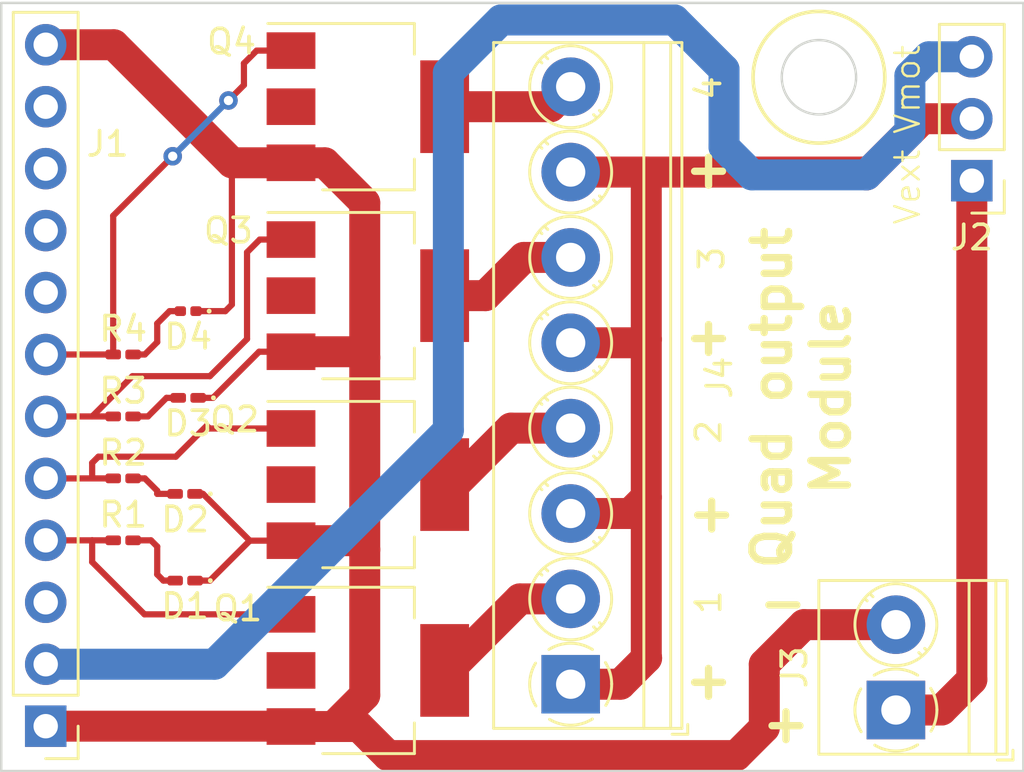
<source format=kicad_pcb>
(kicad_pcb (version 20211014) (generator pcbnew)
  (layers (0 "F.Cu" signal) (31 "B.Cu" signal) (34 "B.Paste" user) (35 "F.Paste" user) (36 "B.SilkS" user "B.Silkscreen") (37 "F.SilkS" user "F.Silkscreen") (38 "B.Mask" user) (39 "F.Mask" user) (44 "Edge.Cuts" user))
  (net 0 "")
  (net 1 "GND")
  (net 2 "Net-(D1-Pad2)")
  (net 3 "Net-(D2-Pad2)")
  (net 4 "Net-(D3-Pad2)")
  (net 5 "Net-(D4-Pad2)")
  (net 6 "Net-(J1-Pad2)")
  (net 8 "Net-(J1-Pad4)")
  (net 9 "Net-(J1-Pad5)")
  (net 10 "Net-(J1-Pad6)")
  (net 11 "Net-(J1-Pad7)")
  (net 16 "Net-(J2-Pad1)")
  (net 17 "Net-(J2-Pad2)")
  (net 18 "Net-(J4-Pad2)")
  (net 19 "Net-(J4-Pad4)")
  (net 20 "Net-(J4-Pad6)")
  (net 21 "Net-(J4-Pad8)")
  (footprint "LED_SMD:LED_0201_0603Metric_Pad0.64x0.40mm_HandSolder" (layer "F.Cu") (at 111.379 92.583 180)
    (fp_text reference "D2" (at 0 -1.05) (layer "F.SilkS"))
    (fp_text value "LED2")
    (fp_circle (center -1.035 0) (end -0.985 0) (layer "F.SilkS") (width 0.1) (fill none))
    (pad "1" smd roundrect locked (at -0.4075 0 180) (size 0.635 0.4) (layers "F.Cu" "F.Mask") (net 1 "GND"))
    (pad "2" smd roundrect locked (at 0.4075 0 180) (size 0.635 0.4) (layers "F.Cu" "F.Mask") (net 3 "Net-(D2-Pad2)"))
  )
  (footprint "Resistor_SMD:R_0201_0603Metric_Pad0.64x0.40mm_HandSolder" (layer "F.Cu") (at 108.839 86.868)
    (fp_text reference "R4" (at 0 -1.05) (layer "F.SilkS"))
    (fp_text value "300" hide)
    (pad "1" smd roundrect locked (at -0.4075 0) (size 0.635 0.4) (layers "F.Cu" "F.Mask") (net 11 "Net-(J1-Pad7)"))
    (pad "2" smd roundrect locked (at 0.4075 0) (size 0.635 0.4) (layers "F.Cu" "F.Mask") (net 5 "Net-(D4-Pad2)"))
  )
  (footprint "TerminalBlock_Phoenix:TerminalBlock_Phoenix_PT-1,5-8-3.5-H_1x08_P3.50mm_Horizontal" (layer "F.Cu") (at 127.189 100.388 90)
    (fp_text reference "J4" (at 12.573 6.096 90) (layer "F.SilkS"))
    (fp_text value "Screw_Terminal_01x08" hide)
    (fp_line (start 26.31 -3.16) (end 26.31 4.56) (layer "F.SilkS") (width 0.12))
    (fp_line (start -1.81 3) (end 26.31 3) (layer "F.SilkS") (width 0.12))
    (fp_line (start 9.525 1.181) (end 9.431 1.274) (layer "F.SilkS") (width 0.12))
    (fp_line (start 25.57 -1.275) (end 25.476 -1.181) (layer "F.SilkS") (width 0.12))
    (fp_line (start 22.275 -1.069) (end 22.146 -0.941) (layer "F.SilkS") (width 0.12))
    (fp_line (start 23.355 0.941) (end 23.226 1.069) (layer "F.SilkS") (width 0.12))
    (fp_line (start -2.05 4.16) (end -2.05 4.8) (layer "F.SilkS") (width 0.12))
    (fp_line (start 9.355 0.941) (end 9.226 1.069) (layer "F.SilkS") (width 0.12))
    (fp_line (start 25.775 -1.069) (end 25.646 -0.941) (layer "F.SilkS") (width 0.12))
    (fp_line (start 23.525 1.181) (end 23.431 1.274) (layer "F.SilkS") (width 0.12))
    (fp_line (start 16.525 1.181) (end 16.431 1.274) (layer "F.SilkS") (width 0.12))
    (fp_line (start 19.855 0.941) (end 19.726 1.069) (layer "F.SilkS") (width 0.12))
    (fp_line (start 15.07 -1.275) (end 14.976 -1.181) (layer "F.SilkS") (width 0.12))
    (fp_line (start 12.855 0.941) (end 12.726 1.069) (layer "F.SilkS") (width 0.12))
    (fp_line (start 15.275 -1.069) (end 15.146 -0.941) (layer "F.SilkS") (width 0.12))
    (fp_line (start 22.07 -1.275) (end 21.976 -1.181) (layer "F.SilkS") (width 0.12))
    (fp_line (start 13.025 1.181) (end 12.931 1.274) (layer "F.SilkS") (width 0.12))
    (fp_line (start -2.05 4.8) (end -1.65 4.8) (layer "F.SilkS") (width 0.12))
    (fp_line (start 20.025 1.181) (end 19.931 1.274) (layer "F.SilkS") (width 0.12))
    (fp_line (start 18.57 -1.275) (end 18.476 -1.181) (layer "F.SilkS") (width 0.12))
    (fp_line (start 5.855 0.941) (end 5.726 1.069) (layer "F.SilkS") (width 0.12))
    (fp_line (start 4.57 -1.275) (end 4.476 -1.181) (layer "F.SilkS") (width 0.12))
    (fp_line (start 8.07 -1.275) (end 7.976 -1.181) (layer "F.SilkS") (width 0.12))
    (fp_line (start 6.025 1.181) (end 5.931 1.274) (layer "F.SilkS") (width 0.12))
    (fp_line (start -1.81 4.56) (end 26.31 4.56) (layer "F.SilkS") (width 0.12))
    (fp_line (start -1.81 -3.16) (end -1.81 4.56) (layer "F.SilkS") (width 0.12))
    (fp_line (start 8.275 -1.069) (end 8.146 -0.941) (layer "F.SilkS") (width 0.12))
    (fp_line (start 16.355 0.941) (end 16.226 1.069) (layer "F.SilkS") (width 0.12))
    (fp_line (start 11.775 -1.069) (end 11.646 -0.941) (layer "F.SilkS") (width 0.12))
    (fp_line (start 4.775 -1.069) (end 4.646 -0.941) (layer "F.SilkS") (width 0.12))
    (fp_line (start -1.81 4.1) (end 26.31 4.1) (layer "F.SilkS") (width 0.12))
    (fp_line (start 2.355 0.941) (end 2.226 1.069) (layer "F.SilkS") (width 0.12))
    (fp_line (start -1.81 -3.16) (end 26.31 -3.16) (layer "F.SilkS") (width 0.12))
    (fp_line (start 18.775 -1.069) (end 18.646 -0.941) (layer "F.SilkS") (width 0.12))
    (fp_line (start 2.525 1.181) (end 2.431 1.274) (layer "F.SilkS") (width 0.12))
    (fp_line (start 11.57 -1.275) (end 11.476 -1.181) (layer "F.SilkS") (width 0.12))
    (fp_arc (start -0.889894 -1.425358) (mid -0.014012 -1.680286) (end 0.866 -1.44) (layer "F.SilkS") (width 0.12))
    (fp_arc (start 0.890264 1.424721) (mid 0.463071 1.61492) (end 0 1.68) (layer "F.SilkS") (width 0.12))
    (fp_arc (start 1.425504 -0.890193) (mid 1.680626 0.000476) (end 1.425 0.891) (layer "F.SilkS") (width 0.12))
    (fp_arc (start -1.425358 0.889894) (mid -1.680286 0.014012) (end -1.44 -0.866) (layer "F.SilkS") (width 0.12))
    (fp_arc (start 0.028674 1.680099) (mid -0.435535 1.622918) (end -0.866 1.44) (layer "F.SilkS") (width 0.12))
    (fp_circle (center 7 0) (end 8.68 0) (layer "F.SilkS") (width 0.12) (fill none))
    (fp_circle (center 21 0) (end 22.68 0) (layer "F.SilkS") (width 0.12) (fill none))
    (fp_circle (center 17.5 0) (end 19.18 0) (layer "F.SilkS") (width 0.12) (fill none))
    (fp_circle (center 3.5 0) (end 5.18 0) (layer "F.SilkS") (width 0.12) (fill none))
    (fp_circle (center 24.5 0) (end 26.18 0) (layer "F.SilkS") (width 0.12) (fill none))
    (fp_circle (center 14 0) (end 15.68 0) (layer "F.SilkS") (width 0.12) (fill none))
    (fp_circle (center 10.5 0) (end 12.18 0) (layer "F.SilkS") (width 0.12) (fill none))
    (pad "1" thru_hole rect locked (at 0 0 90) (size 2.4 2.4) (drill 1.2) (layers *.Cu *.Mask) (net 17 "Net-(J2-Pad2)"))
    (pad "2" thru_hole circle locked (at 3.5 0 90) (size 2.4 2.4) (drill 1.2) (layers *.Cu *.Mask) (net 18 "Net-(J4-Pad2)"))
    (pad "3" thru_hole circle locked (at 7 0 90) (size 2.4 2.4) (drill 1.2) (layers *.Cu *.Mask) (net 17 "Net-(J2-Pad2)"))
    (pad "4" thru_hole circle locked (at 10.5 0 90) (size 2.4 2.4) (drill 1.2) (layers *.Cu *.Mask) (net 19 "Net-(J4-Pad4)"))
    (pad "5" thru_hole circle locked (at 14 0 90) (size 2.4 2.4) (drill 1.2) (layers *.Cu *.Mask) (net 17 "Net-(J2-Pad2)"))
    (pad "6" thru_hole circle locked (at 17.5 0 90) (size 2.4 2.4) (drill 1.2) (layers *.Cu *.Mask) (net 20 "Net-(J4-Pad6)"))
    (pad "7" thru_hole circle locked (at 21 0 90) (size 2.4 2.4) (drill 1.2) (layers *.Cu *.Mask) (net 17 "Net-(J2-Pad2)"))
    (pad "8" thru_hole circle locked (at 24.5 0 90) (size 2.4 2.4) (drill 1.2) (layers *.Cu *.Mask) (net 21 "Net-(J4-Pad8)"))
  )
  (footprint "Package_TO_SOT_SMD:SOT-223" (layer "F.Cu") (at 118.872 76.708)
    (fp_text reference "Q4" (at -5.588 -2.667) (layer "F.SilkS"))
    (fp_text value "NCV8403A" hide)
    (fp_line (start 1.91 3.41) (end 1.91 2.15) (layer "F.SilkS") (width 0.12))
    (fp_line (start 1.91 -3.41) (end 1.91 -2.15) (layer "F.SilkS") (width 0.12))
    (fp_line (start -4.1 -3.41) (end 1.91 -3.41) (layer "F.SilkS") (width 0.12))
    (fp_line (start -1.85 3.41) (end 1.91 3.41) (layer "F.SilkS") (width 0.12))
    (pad "1" smd rect locked (at -3.15 -2.3) (size 2 1.5) (layers "F.Cu" "F.Paste" "F.Mask") (net 11 "Net-(J1-Pad7)"))
    (pad "2" smd rect locked (at -3.15 0) (size 2 1.5) (layers "F.Cu" "F.Paste" "F.Mask"))
    (pad "3" smd rect locked (at -3.15 2.3) (size 2 1.5) (layers "F.Cu" "F.Paste" "F.Mask") (net 1 "GND"))
    (pad "4" smd rect locked (at 3.15 0) (size 2 3.8) (layers "F.Cu" "F.Paste" "F.Mask") (net 21 "Net-(J4-Pad8)"))
  )
  (footprint "Resistor_SMD:R_0201_0603Metric_Pad0.64x0.40mm_HandSolder" (layer "F.Cu") (at 108.839 94.488)
    (fp_text reference "R1" (at 0 -1.05) (layer "F.SilkS"))
    (fp_text value "300")
    (pad "1" smd roundrect locked (at -0.4075 0) (size 0.635 0.4) (layers "F.Cu" "F.Mask") (net 8 "Net-(J1-Pad4)"))
    (pad "2" smd roundrect locked (at 0.4075 0) (size 0.635 0.4) (layers "F.Cu" "F.Mask") (net 2 "Net-(D1-Pad2)"))
  )
  (footprint "Package_TO_SOT_SMD:SOT-223" (layer "F.Cu") (at 118.872 92.202)
    (fp_text reference "Q2" (at -5.461 -2.667) (layer "F.SilkS"))
    (fp_text value "NCV8403A")
    (fp_line (start -1.85 3.41) (end 1.91 3.41) (layer "F.SilkS") (width 0.12))
    (fp_line (start 1.91 -3.41) (end 1.91 -2.15) (layer "F.SilkS") (width 0.12))
    (fp_line (start -4.1 -3.41) (end 1.91 -3.41) (layer "F.SilkS") (width 0.12))
    (fp_line (start 1.91 3.41) (end 1.91 2.15) (layer "F.SilkS") (width 0.12))
    (pad "1" smd rect locked (at -3.15 -2.3) (size 2 1.5) (layers "F.Cu" "F.Paste" "F.Mask") (net 9 "Net-(J1-Pad5)"))
    (pad "2" smd rect locked (at -3.15 0) (size 2 1.5) (layers "F.Cu" "F.Paste" "F.Mask"))
    (pad "3" smd rect locked (at -3.15 2.3) (size 2 1.5) (layers "F.Cu" "F.Paste" "F.Mask") (net 1 "GND"))
    (pad "4" smd rect locked (at 3.15 0) (size 2 3.8) (layers "F.Cu" "F.Paste" "F.Mask") (net 19 "Net-(J4-Pad4)"))
  )
  (footprint "Connector_PinHeader_2.54mm:PinHeader_1x03_P2.54mm_Vertical" (layer "F.Cu") (at 143.637 79.741 180)
    (fp_text reference "J2" (at 0 -2.33) (layer "F.SilkS"))
    (fp_text value "Conn_01x03_Male" hide)
    (fp_line (start -1.33 0) (end -1.33 -1.33) (layer "F.SilkS") (width 0.12))
    (fp_line (start -1.33 1.27) (end 1.33 1.27) (layer "F.SilkS") (width 0.12))
    (fp_line (start -1.33 6.41) (end 1.33 6.41) (layer "F.SilkS") (width 0.12))
    (fp_line (start -1.33 -1.33) (end 0 -1.33) (layer "F.SilkS") (width 0.12))
    (fp_line (start -1.33 1.27) (end -1.33 6.41) (layer "F.SilkS") (width 0.12))
    (fp_line (start 1.33 1.27) (end 1.33 6.41) (layer "F.SilkS") (width 0.12))
    (pad "1" thru_hole rect locked (at 0 0 180) (size 1.7 1.7) (drill 1) (layers *.Cu *.Mask) (net 16 "Net-(J2-Pad1)"))
    (pad "2" thru_hole oval locked (at 0 2.54 180) (size 1.7 1.7) (drill 1) (layers *.Cu *.Mask) (net 17 "Net-(J2-Pad2)"))
    (pad "3" thru_hole oval locked (at 0 5.08 180) (size 1.7 1.7) (drill 1) (layers *.Cu *.Mask) (net 6 "Net-(J1-Pad2)"))
  )
  (footprint "Package_TO_SOT_SMD:SOT-223" (layer "F.Cu") (at 118.872 84.455)
    (fp_text reference "Q3" (at -5.715 -2.667) (layer "F.SilkS"))
    (fp_text value "NCV8403A" hide)
    (fp_line (start 1.91 -3.41) (end 1.91 -2.15) (layer "F.SilkS") (width 0.12))
    (fp_line (start 1.91 3.41) (end 1.91 2.15) (layer "F.SilkS") (width 0.12))
    (fp_line (start -1.85 3.41) (end 1.91 3.41) (layer "F.SilkS") (width 0.12))
    (fp_line (start -4.1 -3.41) (end 1.91 -3.41) (layer "F.SilkS") (width 0.12))
    (pad "1" smd rect locked (at -3.15 -2.3) (size 2 1.5) (layers "F.Cu" "F.Paste" "F.Mask") (net 10 "Net-(J1-Pad6)"))
    (pad "2" smd rect locked (at -3.15 0) (size 2 1.5) (layers "F.Cu" "F.Paste" "F.Mask"))
    (pad "3" smd rect locked (at -3.15 2.3) (size 2 1.5) (layers "F.Cu" "F.Paste" "F.Mask") (net 1 "GND"))
    (pad "4" smd rect locked (at 3.15 0) (size 2 3.8) (layers "F.Cu" "F.Paste" "F.Mask") (net 20 "Net-(J4-Pad6)"))
  )
  (footprint "LED_SMD:LED_0201_0603Metric_Pad0.64x0.40mm_HandSolder" (layer "F.Cu") (at 111.506 88.646 180)
    (fp_text reference "D3" (at 0 -1.05) (layer "F.SilkS"))
    (fp_text value "LED3")
    (fp_circle (center -1.035 0) (end -0.985 0) (layer "F.SilkS") (width 0.1) (fill none))
    (pad "1" smd roundrect locked (at -0.4075 0 180) (size 0.635 0.4) (layers "F.Cu" "F.Mask") (net 1 "GND"))
    (pad "2" smd roundrect locked (at 0.4075 0 180) (size 0.635 0.4) (layers "F.Cu" "F.Mask") (net 4 "Net-(D3-Pad2)"))
  )
  (footprint "LED_SMD:LED_0201_0603Metric_Pad0.64x0.40mm_HandSolder" (layer "F.Cu") (at 111.379 96.139 180)
    (fp_text reference "D1" (at 0 -1.05) (layer "F.SilkS"))
    (fp_text value "LED 1")
    (fp_circle (center -1.035 0) (end -0.985 0) (layer "F.SilkS") (width 0.1) (fill none))
    (pad "1" smd roundrect locked (at -0.4075 0 180) (size 0.635 0.4) (layers "F.Cu" "F.Mask") (net 1 "GND"))
    (pad "2" smd roundrect locked (at 0.4075 0 180) (size 0.635 0.4) (layers "F.Cu" "F.Mask") (net 2 "Net-(D1-Pad2)"))
  )
  (footprint "Connector_PinHeader_2.54mm:PinHeader_1x12_P2.54mm_Vertical" (layer "F.Cu") (at 105.664 102.108 180)
    (fp_text reference "J1" (at -2.54 23.876) (layer "F.SilkS"))
    (fp_text value "Conn_01x12_Male" hide)
    (fp_line (start -1.33 -1.33) (end 0 -1.33) (layer "F.SilkS") (width 0.12))
    (fp_line (start -1.33 29.27) (end 1.33 29.27) (layer "F.SilkS") (width 0.12))
    (fp_line (start -1.33 1.27) (end 1.33 1.27) (layer "F.SilkS") (width 0.12))
    (fp_line (start -1.33 1.27) (end -1.33 29.27) (layer "F.SilkS") (width 0.12))
    (fp_line (start 1.33 1.27) (end 1.33 29.27) (layer "F.SilkS") (width 0.12))
    (fp_line (start -1.33 0) (end -1.33 -1.33) (layer "F.SilkS") (width 0.12))
    (pad "1" thru_hole rect locked (at 0 0 180) (size 1.7 1.7) (drill 1) (layers *.Cu *.Mask) (net 1 "GND"))
    (pad "2" thru_hole oval locked (at 0 2.54 180) (size 1.7 1.7) (drill 1) (layers *.Cu *.Mask) (net 6 "Net-(J1-Pad2)"))
    (pad "3" thru_hole oval locked (at 0 5.08 180) (size 1.7 1.7) (drill 1) (layers *.Cu *.Mask))
    (pad "4" thru_hole oval locked (at 0 7.62 180) (size 1.7 1.7) (drill 1) (layers *.Cu *.Mask) (net 8 "Net-(J1-Pad4)"))
    (pad "5" thru_hole oval locked (at 0 10.16 180) (size 1.7 1.7) (drill 1) (layers *.Cu *.Mask) (net 9 "Net-(J1-Pad5)"))
    (pad "6" thru_hole oval locked (at 0 12.7 180) (size 1.7 1.7) (drill 1) (layers *.Cu *.Mask) (net 10 "Net-(J1-Pad6)"))
    (pad "7" thru_hole oval locked (at 0 15.24 180) (size 1.7 1.7) (drill 1) (layers *.Cu *.Mask) (net 11 "Net-(J1-Pad7)"))
    (pad "8" thru_hole oval locked (at 0 17.78 180) (size 1.7 1.7) (drill 1) (layers *.Cu *.Mask))
    (pad "9" thru_hole oval locked (at 0 20.32 180) (size 1.7 1.7) (drill 1) (layers *.Cu *.Mask))
    (pad "10" thru_hole oval locked (at 0 22.86 180) (size 1.7 1.7) (drill 1) (layers *.Cu *.Mask))
    (pad "11" thru_hole oval locked (at 0 25.4 180) (size 1.7 1.7) (drill 1) (layers *.Cu *.Mask))
    (pad "12" thru_hole oval locked (at 0 27.94 180) (size 1.7 1.7) (drill 1) (layers *.Cu *.Mask) (net 1 "GND"))
  )
  (footprint "TerminalBlock_Phoenix:TerminalBlock_Phoenix_PT-1,5-2-3.5-H_1x02_P3.50mm_Horizontal" (layer "F.Cu") (at 140.524 101.445 90)
    (fp_text reference "J3" (at 1.75 -4.16 90) (layer "F.SilkS"))
    (fp_text value "Screw_Terminal_01x02" hide)
    (fp_line (start -1.81 -3.16) (end -1.81 4.56) (layer "F.SilkS") (width 0.12))
    (fp_line (start -1.81 4.1) (end 5.31 4.1) (layer "F.SilkS") (width 0.12))
    (fp_line (start 5.31 -3.16) (end 5.31 4.56) (layer "F.SilkS") (width 0.12))
    (fp_line (start 4.57 -1.275) (end 4.476 -1.181) (layer "F.SilkS") (width 0.12))
    (fp_line (start -2.05 4.16) (end -2.05 4.8) (layer "F.SilkS") (width 0.12))
    (fp_line (start -1.81 4.56) (end 5.31 4.56) (layer "F.SilkS") (width 0.12))
    (fp_line (start 2.355 0.941) (end 2.226 1.069) (layer "F.SilkS") (width 0.12))
    (fp_line (start -1.81 3) (end 5.31 3) (layer "F.SilkS") (width 0.12))
    (fp_line (start 2.525 1.181) (end 2.431 1.274) (layer "F.SilkS") (width 0.12))
    (fp_line (start -1.81 -3.16) (end 5.31 -3.16) (layer "F.SilkS") (width 0.12))
    (fp_line (start -2.05 4.8) (end -1.65 4.8) (layer "F.SilkS") (width 0.12))
    (fp_line (start 4.775 -1.069) (end 4.646 -0.941) (layer "F.SilkS") (width 0.12))
    (fp_arc (start -1.425358 0.889894) (mid -1.680286 0.014012) (end -1.44 -0.866) (layer "F.SilkS") (width 0.12))
    (fp_arc (start 1.425504 -0.890193) (mid 1.680626 0.000476) (end 1.425 0.891) (layer "F.SilkS") (width 0.12))
    (fp_arc (start 0.890264 1.424721) (mid 0.463071 1.61492) (end 0 1.68) (layer "F.SilkS") (width 0.12))
    (fp_arc (start 0.028674 1.680099) (mid -0.435535 1.622918) (end -0.866 1.44) (layer "F.SilkS") (width 0.12))
    (fp_arc (start -0.889894 -1.425358) (mid -0.014012 -1.680286) (end 0.866 -1.44) (layer "F.SilkS") (width 0.12))
    (fp_circle (center 3.5 0) (end 5.18 0) (layer "F.SilkS") (width 0.12) (fill none))
    (pad "1" thru_hole rect locked (at 0 0 90) (size 2.4 2.4) (drill 1.2) (layers *.Cu *.Mask) (net 16 "Net-(J2-Pad1)"))
    (pad "2" thru_hole circle locked (at 3.5 0 90) (size 2.4 2.4) (drill 1.2) (layers *.Cu *.Mask) (net 1 "GND"))
  )
  (footprint "Package_TO_SOT_SMD:SOT-223" (layer "F.Cu") (at 118.872 99.822)
    (fp_text reference "Q1" (at -5.334 -2.54) (layer "F.SilkS"))
    (fp_text value "NCV8403A" hide)
    (fp_line (start 1.91 -3.41) (end 1.91 -2.15) (layer "F.SilkS") (width 0.12))
    (fp_line (start -1.85 3.41) (end 1.91 3.41) (layer "F.SilkS") (width 0.12))
    (fp_line (start 1.91 3.41) (end 1.91 2.15) (layer "F.SilkS") (width 0.12))
    (fp_line (start -4.1 -3.41) (end 1.91 -3.41) (layer "F.SilkS") (width 0.12))
    (pad "1" smd rect locked (at -3.15 -2.3) (size 2 1.5) (layers "F.Cu" "F.Paste" "F.Mask") (net 8 "Net-(J1-Pad4)"))
    (pad "2" smd rect locked (at -3.15 0) (size 2 1.5) (layers "F.Cu" "F.Paste" "F.Mask"))
    (pad "3" smd rect locked (at -3.15 2.3) (size 2 1.5) (layers "F.Cu" "F.Paste" "F.Mask") (net 1 "GND"))
    (pad "4" smd rect locked (at 3.15 0) (size 2 3.8) (layers "F.Cu" "F.Paste" "F.Mask") (net 18 "Net-(J4-Pad2)"))
  )
  (footprint "Resistor_SMD:R_0201_0603Metric_Pad0.64x0.40mm_HandSolder" (layer "F.Cu") (at 108.839 91.948)
    (fp_text reference "R2" (at 0 -1.05) (layer "F.SilkS"))
    (fp_text value "300" hide)
    (pad "1" smd roundrect locked (at -0.4075 0) (size 0.635 0.4) (layers "F.Cu" "F.Mask") (net 9 "Net-(J1-Pad5)"))
    (pad "2" smd roundrect locked (at 0.4075 0) (size 0.635 0.4) (layers "F.Cu" "F.Mask") (net 3 "Net-(D2-Pad2)"))
  )
  (footprint "Resistor_SMD:R_0201_0603Metric_Pad0.64x0.40mm_HandSolder" (layer "F.Cu") (at 108.839 89.408)
    (fp_text reference "R3" (at 0 -1.05) (layer "F.SilkS"))
    (fp_text value "300" hide)
    (pad "1" smd roundrect locked (at -0.4075 0) (size 0.635 0.4) (layers "F.Cu" "F.Mask") (net 10 "Net-(J1-Pad6)"))
    (pad "2" smd roundrect locked (at 0.4075 0) (size 0.635 0.4) (layers "F.Cu" "F.Mask") (net 4 "Net-(D3-Pad2)"))
  )
  (footprint "LED_SMD:LED_0201_0603Metric" (layer "F.Cu") (at 111.506 85.09 180)
    (fp_text reference "D4" (at 0 -1.05) (layer "F.SilkS"))
    (fp_text value "LED4")
    (fp_circle (center -0.86 0) (end -0.81 0) (layer "F.SilkS") (width 0.1) (fill none))
    (pad "1" smd roundrect locked (at -0.32 0 180) (size 0.46 0.4) (layers "F.Cu" "F.Mask") (net 1 "GND"))
    (pad "2" smd roundrect locked (at 0.32 0 180) (size 0.46 0.4) (layers "F.Cu" "F.Mask") (net 5 "Net-(D4-Pad2)"))
  )
  (gr_circle (center 137.368 75.5) (end 135.59 77.532) (layer "F.SilkS") (width 0.15) (fill none))
  (gr_rect (start 103.84 103.948) (end 145.75 72.452) (layer "Edge.Cuts") (width 0.1) (fill none))
  (gr_circle (center 137.368 75.5) (end 135.844 75.5) (layer "Edge.Cuts") (width 0.1) (fill none))
  (gr_text "+" (at 136.017 101.981) (layer "F.SilkS") (effects (font (size 1.5 1.5) (thickness 0.3))))
  (gr_text "Quad output\nModule" (at 136.652 88.646 90) (layer "F.SilkS") (effects (font (size 1.5 1.5) (thickness 0.3))))
  (gr_text "+" (at 132.969 93.345) (layer "F.SilkS") (effects (font (size 1.5 1.5) (thickness 0.3))))
  (gr_text "4" (at 132.842 75.946 90) (layer "F.SilkS") (effects (font (size 1 1))))
  (gr_text "1" (at 132.842 97.028 90) (layer "F.SilkS") (effects (font (size 1 1))))
  (gr_text "+" (at 132.842 100.203) (layer "F.SilkS") (effects (font (size 1.5 1.5) (thickness 0.3))))
  (gr_text "Vext" (at 141 80 90) (layer "F.SilkS") (effects (font (size 1 1) (thickness 0.1))))
  (gr_text "+" (at 132.842 86.106) (layer "F.SilkS") (effects (font (size 1.5 1.5) (thickness 0.3))))
  (gr_text "-" (at 135.89 97.028) (layer "F.SilkS") (effects (font (size 1.5 1.5) (thickness 0.3))))
  (gr_text "2" (at 132.842 90.043 90) (layer "F.SilkS") (effects (font (size 1 1))))
  (gr_text "+" (at 132.842 79.248) (layer "F.SilkS") (effects (font (size 1.5 1.5) (thickness 0.3))))
  (gr_text "Vmot" (at 141 76 90) (layer "F.SilkS") (effects (font (size 1 1) (thickness 0.1))))
  (gr_text "3" (at 132.969 82.931 90) (layer "F.SilkS") (effects (font (size 1 1))))
  (segment (start 115.722 94.502) (end 118.378 94.502) (width 1.27) (layer "F.Cu") (net 1))
  (segment (start 105.664 74.168) (end 108.458 74.168) (width 1.27) (layer "F.Cu") (net 1))
  (segment (start 118.745 94.869) (end 118.745 86.995) (width 1.27) (layer "F.Cu") (net 1))
  (segment (start 117.461 102.122) (end 118.505 102.122) (width 1.27) (layer "F.Cu") (net 1))
  (segment (start 118.378 94.502) (end 118.745 94.869) (width 1.27) (layer "F.Cu") (net 1))
  (segment (start 118.505 86.755) (end 118.745 86.995) (width 1.27) (layer "F.Cu") (net 1))
  (segment (start 136.751 97.945) (end 140.524 97.945) (width 1.27) (layer "F.Cu") (net 1))
  (segment (start 115.722 86.755) (end 118.505 86.755) (width 1.27) (layer "F.Cu") (net 1))
  (segment (start 133.985 103.31298) (end 135.128 102.16998) (width 1.27) (layer "F.Cu") (net 1))
  (segment (start 118.745 80.645) (end 117.108 79.008) (width 1.27) (layer "F.Cu") (net 1))
  (segment (start 118.745 100.838) (end 118.745 94.869) (width 1.27) (layer "F.Cu") (net 1))
  (segment (start 118.505 102.122) (end 119.69598 103.31298) (width 1.27) (layer "F.Cu") (net 1))
  (segment (start 115.722 102.122) (end 117.461 102.122) (width 1.27) (layer "F.Cu") (net 1))
  (segment (start 114.032 94.502) (end 115.722 94.502) (width 0.254) (layer "F.Cu") (net 1))
  (segment (start 118.745 86.995) (end 118.745 80.645) (width 1.27) (layer "F.Cu") (net 1))
  (segment (start 115.708 102.108) (end 115.722 102.122) (width 1.27) (layer "F.Cu") (net 1))
  (segment (start 113.298 79.008) (end 115.722 79.008) (width 1.27) (layer "F.Cu") (net 1))
  (segment (start 119.69598 103.31298) (end 133.985 103.31298) (width 1.27) (layer "F.Cu") (net 1))
  (segment (start 112.522 88.646) (end 114.413 86.755) (width 0.254) (layer "F.Cu") (net 1))
  (segment (start 112.113 92.583) (end 114.032 94.502) (width 0.254) (layer "F.Cu") (net 1))
  (segment (start 111.9135 88.646) (end 112.522 88.646) (width 0.254) (layer "F.Cu") (net 1))
  (segment (start 113.03 85.09) (end 113.298 84.822) (width 0.254) (layer "F.Cu") (net 1))
  (segment (start 112.395 96.139) (end 114.032 94.502) (width 0.254) (layer "F.Cu") (net 1))
  (segment (start 114.413 86.755) (end 115.722 86.755) (width 0.254) (layer "F.Cu") (net 1))
  (segment (start 135.128 99.568) (end 136.751 97.945) (width 1.27) (layer "F.Cu") (net 1))
  (segment (start 113.298 84.822) (end 113.298 79.008) (width 0.254) (layer "F.Cu") (net 1))
  (segment (start 108.458 74.168) (end 113.298 79.008) (width 1.27) (layer "F.Cu") (net 1))
  (segment (start 111.7865 92.583) (end 112.113 92.583) (width 0.254) (layer "F.Cu") (net 1))
  (segment (start 111.7865 96.139) (end 112.395 96.139) (width 0.254) (layer "F.Cu") (net 1))
  (segment (start 117.461 102.122) (end 118.745 100.838) (width 1.27) (layer "F.Cu") (net 1))
  (segment (start 135.128 102.16998) (end 135.128 99.568) (width 1.27) (layer "F.Cu") (net 1))
  (segment (start 117.108 79.008) (end 115.722 79.008) (width 1.27) (layer "F.Cu") (net 1))
  (segment (start 105.664 102.108) (end 115.708 102.108) (width 1.27) (layer "F.Cu") (net 1))
  (segment (start 111.826 85.09) (end 113.03 85.09) (width 0.254) (layer "F.Cu") (net 1))
  (segment (start 110.49 96.139) (end 110.9715 96.139) (width 0.254) (layer "F.Cu") (net 2))
  (segment (start 110.236 94.742) (end 110.236 95.885) (width 0.254) (layer "F.Cu") (net 2))
  (segment (start 109.2465 94.488) (end 109.982 94.488) (width 0.254) (layer "F.Cu") (net 2))
  (segment (start 110.236 95.885) (end 110.49 96.139) (width 0.254) (layer "F.Cu") (net 2))
  (segment (start 109.982 94.488) (end 110.236 94.742) (width 0.254) (layer "F.Cu") (net 2))
  (segment (start 109.728 91.948) (end 110.236 92.456) (width 0.254) (layer "F.Cu") (net 3))
  (segment (start 110.236 92.583) (end 110.9715 92.583) (width 0.254) (layer "F.Cu") (net 3))
  (segment (start 109.2465 91.948) (end 109.728 91.948) (width 0.254) (layer "F.Cu") (net 3))
  (segment (start 110.236 92.456) (end 110.236 92.583) (width 0.254) (layer "F.Cu") (net 3))
  (segment (start 109.855 89.408) (end 110.617 88.646) (width 0.254) (layer "F.Cu") (net 4))
  (segment (start 109.2465 89.408) (end 109.855 89.408) (width 0.254) (layer "F.Cu") (net 4))
  (segment (start 110.617 88.646) (end 111.0985 88.646) (width 0.254) (layer "F.Cu") (net 4))
  (segment (start 110.744 85.09) (end 111.186 85.09) (width 0.254) (layer "F.Cu") (net 5))
  (segment (start 109.2465 86.868) (end 109.728 86.868) (width 0.254) (layer "F.Cu") (net 5))
  (segment (start 110.236 86.36) (end 110.236 85.598) (width 0.254) (layer "F.Cu") (net 5))
  (segment (start 110.236 85.598) (end 110.744 85.09) (width 0.254) (layer "F.Cu") (net 5))
  (segment (start 109.728 86.868) (end 110.236 86.36) (width 0.254) (layer "F.Cu") (net 5))
  (segment (start 141.097 77.724) (end 141.097 75.438) (width 1.27) (layer "B.Cu") (net 6))
  (segment (start 139.319 79.502) (end 141.097 77.724) (width 1.27) (layer "B.Cu") (net 6))
  (segment (start 133.477 78.359) (end 134.62 79.502) (width 1.27) (layer "B.Cu") (net 6))
  (segment (start 131.445 73.152) (end 133.477 75.184) (width 1.27) (layer "B.Cu") (net 6))
  (segment (start 105.664 99.568) (end 112.58702 99.568) (width 1.27) (layer "B.Cu") (net 6))
  (segment (start 134.62 79.502) (end 139.319 79.502) (width 1.27) (layer "B.Cu") (net 6))
  (segment (start 133.477 75.184) (end 133.477 78.359) (width 1.27) (layer "B.Cu") (net 6))
  (segment (start 122.174 89.98102) (end 122.174 75.311) (width 1.27) (layer "B.Cu") (net 6))
  (segment (start 122.174 75.311) (end 124.333 73.152) (width 1.27) (layer "B.Cu") (net 6))
  (segment (start 124.333 73.152) (end 131.445 73.152) (width 1.27) (layer "B.Cu") (net 6))
  (segment (start 141.874 74.661) (end 143.637 74.661) (width 1.27) (layer "B.Cu") (net 6))
  (segment (start 141.097 75.438) (end 141.874 74.661) (width 1.27) (layer "B.Cu") (net 6))
  (segment (start 112.58702 99.568) (end 122.174 89.98102) (width 1.27) (layer "B.Cu") (net 6))
  (segment (start 107.569 94.488) (end 108.4315 94.488) (width 0.254) (layer "F.Cu") (net 8))
  (segment (start 107.569 95.377) (end 109.714 97.522) (width 0.254) (layer "F.Cu") (net 8))
  (segment (start 105.664 94.488) (end 107.569 94.488) (width 0.254) (layer "F.Cu") (net 8))
  (segment (start 109.714 97.522) (end 115.722 97.522) (width 0.254) (layer "F.Cu") (net 8))
  (segment (start 107.569 94.488) (end 107.569 95.377) (width 0.254) (layer "F.Cu") (net 8))
  (segment (start 107.569 91.948) (end 105.664 91.948) (width 0.254) (layer "F.Cu") (net 9))
  (segment (start 112.381 89.902) (end 115.722 89.902) (width 0.254) (layer "F.Cu") (net 9))
  (segment (start 112.268 89.789) (end 112.381 89.902) (width 0.254) (layer "F.Cu") (net 9))
  (segment (start 108.4315 91.948) (end 107.569 91.948) (width 0.254) (layer "F.Cu") (net 9))
  (segment (start 107.823 91.059) (end 110.998 91.059) (width 0.254) (layer "F.Cu") (net 9))
  (segment (start 110.998 91.059) (end 112.268 89.789) (width 0.254) (layer "F.Cu") (net 9))
  (segment (start 107.569 91.313) (end 107.823 91.059) (width 0.254) (layer "F.Cu") (net 9))
  (segment (start 107.569 91.948) (end 107.569 91.313) (width 0.254) (layer "F.Cu") (net 9))
  (segment (start 114.441 82.155) (end 115.722 82.155) (width 0.254) (layer "F.Cu") (net 10))
  (segment (start 113.919 86.233) (end 113.919 82.677) (width 0.254) (layer "F.Cu") (net 10))
  (segment (start 109.22 87.757) (end 112.395 87.757) (width 0.254) (layer "F.Cu") (net 10))
  (segment (start 107.569 89.408) (end 105.664 89.408) (width 0.254) (layer "F.Cu") (net 10))
  (segment (start 113.919 82.677) (end 114.441 82.155) (width 0.254) (layer "F.Cu") (net 10))
  (segment (start 112.395 87.757) (end 113.919 86.233) (width 0.254) (layer "F.Cu") (net 10))
  (segment (start 108.4315 89.408) (end 107.569 89.408) (width 0.254) (layer "F.Cu") (net 10))
  (segment (start 107.569 89.408) (end 109.22 87.757) (width 0.254) (layer "F.Cu") (net 10))
  (segment (start 108.4315 86.868) (end 105.664 86.868) (width 0.254) (layer "F.Cu") (net 11))
  (segment (start 113.792 75.819) (end 113.792 74.93) (width 0.254) (layer "F.Cu") (net 11))
  (segment (start 113.157 76.454) (end 113.792 75.819) (width 0.254) (layer "F.Cu") (net 11))
  (segment (start 108.4315 86.868) (end 108.4315 81.1795) (width 0.254) (layer "F.Cu") (net 11))
  (segment (start 113.792 74.93) (end 114.314 74.408) (width 0.254) (layer "F.Cu") (net 11))
  (segment (start 108.4315 81.1795) (end 110.871 78.74) (width 0.254) (layer "F.Cu") (net 11))
  (segment (start 114.314 74.408) (end 115.722 74.408) (width 0.254) (layer "F.Cu") (net 11))
  (via (at 110.871 78.74) (size 0.76) (drill 0.38) (layers "F.Cu" "B.Cu") (net 11))
  (via (at 113.157 76.454) (size 0.76) (drill 0.38) (layers "F.Cu" "B.Cu") (net 11))
  (segment (start 110.871 78.74) (end 113.03 76.581) (width 0.254) (layer "B.Cu") (net 11))
  (segment (start 113.03 76.581) (end 113.157 76.454) (width 0.254) (layer "B.Cu") (net 11))
  (segment (start 140.524 101.445) (end 142.395 101.445) (width 1.27) (layer "F.Cu") (net 16))
  (segment (start 142.395 101.445) (end 143.637 100.203) (width 1.27) (layer "F.Cu") (net 16))
  (segment (start 143.637 100.203) (end 143.637 79.741) (width 1.27) (layer "F.Cu") (net 16))
  (segment (start 139.205 79.388) (end 130.289 79.388) (width 1.27) (layer "F.Cu") (net 17))
  (segment (start 130.289 86.246) (end 130.289 92.723) (width 1.27) (layer "F.Cu") (net 17))
  (segment (start 129.228 100.388) (end 127.189 100.388) (width 1.27) (layer "F.Cu") (net 17))
  (segment (start 130.147 86.388) (end 130.289 86.246) (width 1.27) (layer "F.Cu") (net 17))
  (segment (start 129.624 93.388) (end 130.289 92.723) (width 1.27) (layer "F.Cu") (net 17))
  (segment (start 130.289 79.388) (end 127.189 79.388) (width 1.27) (layer "F.Cu") (net 17))
  (segment (start 139.319 79.502) (end 139.205 79.388) (width 1.27) (layer "F.Cu") (net 17))
  (segment (start 143.637 77.201) (end 141.62 77.201) (width 1.27) (layer "F.Cu") (net 17))
  (segment (start 130.289 92.723) (end 130.289 99.301) (width 1.27) (layer "F.Cu") (net 17))
  (segment (start 130.289 79.388) (end 130.289 86.246) (width 1.27) (layer "F.Cu") (net 17))
  (segment (start 130.289 99.301) (end 130.302 99.314) (width 1.27) (layer "F.Cu") (net 17))
  (segment (start 130.302 99.314) (end 129.228 100.388) (width 1.27) (layer "F.Cu") (net 17))
  (segment (start 127.189 93.388) (end 129.624 93.388) (width 1.27) (layer "F.Cu") (net 17))
  (segment (start 127.189 86.388) (end 130.147 86.388) (width 1.27) (layer "F.Cu") (net 17))
  (segment (start 141.62 77.201) (end 139.319 79.502) (width 1.27) (layer "F.Cu") (net 17))
  (segment (start 125.108 96.888) (end 127.189 96.888) (width 1.27) (layer "F.Cu") (net 18))
  (segment (start 122.022 99.822) (end 122.174 99.822) (width 1.27) (layer "F.Cu") (net 18))
  (segment (start 122.174 99.822) (end 125.108 96.888) (width 1.27) (layer "F.Cu") (net 18))
  (segment (start 122.428 92.202) (end 124.742 89.888) (width 1.27) (layer "F.Cu") (net 19))
  (segment (start 122.022 92.202) (end 122.428 92.202) (width 1.27) (layer "F.Cu") (net 19))
  (segment (start 124.742 89.888) (end 127.189 89.888) (width 1.27) (layer "F.Cu") (net 19))
  (segment (start 122.022 84.455) (end 123.698 84.455) (width 1.27) (layer "F.Cu") (net 20))
  (segment (start 123.698 84.455) (end 125.265 82.888) (width 1.27) (layer "F.Cu") (net 20))
  (segment (start 125.265 82.888) (end 127.189 82.888) (width 1.27) (layer "F.Cu") (net 20))
  (segment (start 126.369 76.708) (end 127.189 75.888) (width 1.27) (layer "F.Cu") (net 21))
  (segment (start 122.022 76.708) (end 126.369 76.708) (width 1.27) (layer "F.Cu") (net 21))
)
</source>
